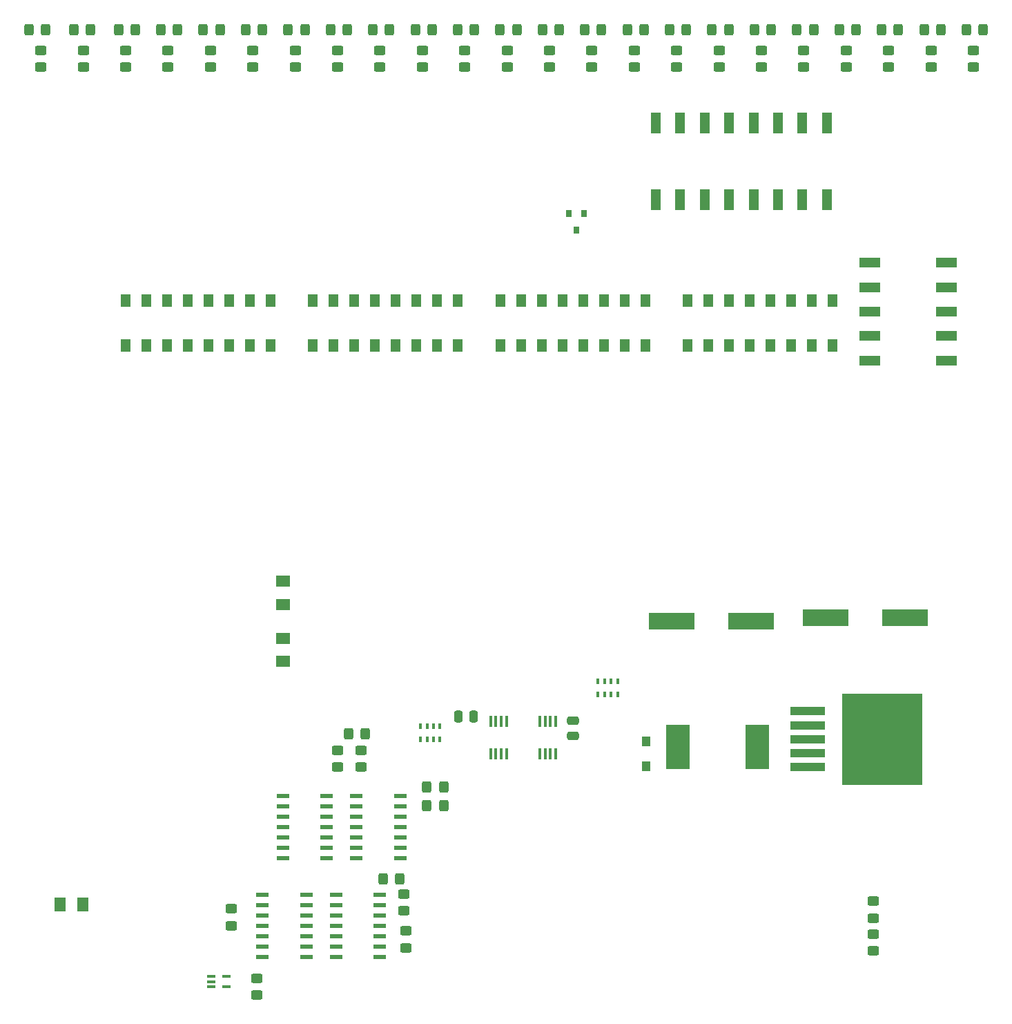
<source format=gtp>
%TF.GenerationSoftware,KiCad,Pcbnew,8.0.2*%
%TF.CreationDate,2024-05-16T19:26:28+09:30*%
%TF.ProjectId,power_and_monotoring,706f7765-725f-4616-9e64-5f6d6f6e6f74,rev?*%
%TF.SameCoordinates,Original*%
%TF.FileFunction,Paste,Top*%
%TF.FilePolarity,Positive*%
%FSLAX46Y46*%
G04 Gerber Fmt 4.6, Leading zero omitted, Abs format (unit mm)*
G04 Created by KiCad (PCBNEW 8.0.2) date 2024-05-16 19:26:28*
%MOMM*%
%LPD*%
G01*
G04 APERTURE LIST*
G04 Aperture macros list*
%AMRoundRect*
0 Rectangle with rounded corners*
0 $1 Rounding radius*
0 $2 $3 $4 $5 $6 $7 $8 $9 X,Y pos of 4 corners*
0 Add a 4 corners polygon primitive as box body*
4,1,4,$2,$3,$4,$5,$6,$7,$8,$9,$2,$3,0*
0 Add four circle primitives for the rounded corners*
1,1,$1+$1,$2,$3*
1,1,$1+$1,$4,$5*
1,1,$1+$1,$6,$7*
1,1,$1+$1,$8,$9*
0 Add four rect primitives between the rounded corners*
20,1,$1+$1,$2,$3,$4,$5,0*
20,1,$1+$1,$4,$5,$6,$7,0*
20,1,$1+$1,$6,$7,$8,$9,0*
20,1,$1+$1,$8,$9,$2,$3,0*%
G04 Aperture macros list end*
%ADD10RoundRect,0.250000X0.450000X-0.325000X0.450000X0.325000X-0.450000X0.325000X-0.450000X-0.325000X0*%
%ADD11R,1.270000X2.540000*%
%ADD12R,0.450000X0.800000*%
%ADD13RoundRect,0.250000X-0.325000X-0.450000X0.325000X-0.450000X0.325000X0.450000X-0.325000X0.450000X0*%
%ADD14R,0.800000X0.900000*%
%ADD15RoundRect,0.249550X-0.450450X0.325450X-0.450450X-0.325450X0.450450X-0.325450X0.450450X0.325450X0*%
%ADD16RoundRect,0.250000X-0.450000X0.325000X-0.450000X-0.325000X0.450000X-0.325000X0.450000X0.325000X0*%
%ADD17R,1.340000X1.800000*%
%ADD18R,1.270000X1.560000*%
%ADD19R,2.900000X5.400000*%
%ADD20R,1.550000X0.600000*%
%ADD21R,5.700000X2.000000*%
%ADD22R,4.320000X1.020000*%
%ADD23R,9.910000X11.180000*%
%ADD24R,2.540000X1.270000*%
%ADD25R,1.800000X1.340000*%
%ADD26R,1.120000X1.240000*%
%ADD27RoundRect,0.250000X-0.475000X0.250000X-0.475000X-0.250000X0.475000X-0.250000X0.475000X0.250000X0*%
%ADD28RoundRect,0.250000X0.325000X0.450000X-0.325000X0.450000X-0.325000X-0.450000X0.325000X-0.450000X0*%
%ADD29RoundRect,0.250000X0.250000X0.475000X-0.250000X0.475000X-0.250000X-0.475000X0.250000X-0.475000X0*%
%ADD30R,1.050000X0.400000*%
%ADD31R,0.450000X1.350000*%
%ADD32RoundRect,0.249550X0.450450X-0.325450X0.450450X0.325450X-0.450450X0.325450X-0.450450X-0.325450X0*%
G04 APERTURE END LIST*
D10*
%TO.C,R15*%
X60657600Y-138817000D03*
X60657600Y-136767000D03*
%TD*%
D11*
%TO.C,J7*%
X141462400Y-155068000D03*
X138462400Y-155068000D03*
X135462400Y-155068000D03*
X132462400Y-155068000D03*
X129462400Y-155068000D03*
X126462400Y-155068000D03*
X123462400Y-155068000D03*
X120462400Y-155068000D03*
X141462400Y-145668000D03*
X138462400Y-145668000D03*
X135462400Y-145668000D03*
X132462400Y-145668000D03*
X129462400Y-145668000D03*
X126462400Y-145668000D03*
X123462400Y-145668000D03*
X120462400Y-145668000D03*
%TD*%
D10*
%TO.C,R18*%
X76257600Y-138817000D03*
X76257600Y-136767000D03*
%TD*%
D12*
%TO.C,RN1*%
X94018000Y-219532400D03*
X93218000Y-219532400D03*
X92418000Y-219532400D03*
X91618000Y-219532400D03*
X91618000Y-221132400D03*
X92418000Y-221132400D03*
X93218000Y-221132400D03*
X94018000Y-221132400D03*
%TD*%
D13*
%TO.C,D22*%
X153377400Y-134248400D03*
X155427400Y-134248400D03*
%TD*%
D14*
%TO.C,Q1*%
X111709200Y-156768800D03*
X109809200Y-156768800D03*
X110759200Y-158768800D03*
%TD*%
D15*
%TO.C,C2*%
X71526400Y-250435000D03*
D16*
X71526400Y-252485000D03*
%TD*%
D17*
%TO.C,D26*%
X47381200Y-241401600D03*
X50241200Y-241401600D03*
%TD*%
D10*
%TO.C,R33*%
X138639200Y-138817000D03*
X138639200Y-136767000D03*
%TD*%
D18*
%TO.C,J5*%
X124415208Y-172937981D03*
X124415208Y-167377981D03*
X126955208Y-172937981D03*
X126955208Y-167377981D03*
X129495208Y-172937981D03*
X129495208Y-167377981D03*
X132035208Y-172937981D03*
X132035208Y-167377981D03*
X134575208Y-172937981D03*
X134575208Y-167377981D03*
X137115208Y-172937981D03*
X137115208Y-167377981D03*
X139655208Y-172937981D03*
X139655208Y-167377981D03*
X142195208Y-172937981D03*
X142195208Y-167377981D03*
%TD*%
%TO.C,J4*%
X101415208Y-172937981D03*
X101415208Y-167377981D03*
X103955208Y-172937981D03*
X103955208Y-167377981D03*
X106495208Y-172937981D03*
X106495208Y-167377981D03*
X109035208Y-172937981D03*
X109035208Y-167377981D03*
X111575208Y-172937981D03*
X111575208Y-167377981D03*
X114115208Y-172937981D03*
X114115208Y-167377981D03*
X116655208Y-172937981D03*
X116655208Y-167377981D03*
X119195208Y-172937981D03*
X119195208Y-167377981D03*
%TD*%
D13*
%TO.C,D14*%
X111777400Y-134248400D03*
X113827400Y-134248400D03*
%TD*%
D10*
%TO.C,R17*%
X71057600Y-138817000D03*
X71057600Y-136767000D03*
%TD*%
D19*
%TO.C,L1*%
X132892800Y-222097600D03*
X123192800Y-222097600D03*
%TD*%
D10*
%TO.C,R32*%
X133439200Y-138817000D03*
X133439200Y-136767000D03*
%TD*%
D13*
%TO.C,D5*%
X64977400Y-134248400D03*
X67027400Y-134248400D03*
%TD*%
%TO.C,R29*%
X87011400Y-238302800D03*
X89061400Y-238302800D03*
%TD*%
%TO.C,D7*%
X75377400Y-134248400D03*
X77427400Y-134248400D03*
%TD*%
D10*
%TO.C,R25*%
X107439200Y-138817000D03*
X107439200Y-136767000D03*
%TD*%
%TO.C,R27*%
X117839200Y-138817000D03*
X117839200Y-136767000D03*
%TD*%
D13*
%TO.C,D1*%
X43577400Y-134248400D03*
X45627400Y-134248400D03*
%TD*%
D10*
%TO.C,R7*%
X68427600Y-244001400D03*
X68427600Y-241951400D03*
%TD*%
%TO.C,R28*%
X123039200Y-138817000D03*
X123039200Y-136767000D03*
%TD*%
D20*
%TO.C,U4*%
X83719200Y-228142800D03*
X83719200Y-229412800D03*
X83719200Y-230682800D03*
X83719200Y-231952800D03*
X83719200Y-233222800D03*
X83719200Y-234492800D03*
X83719200Y-235762800D03*
X89119200Y-235762800D03*
X89119200Y-234492800D03*
X89119200Y-233222800D03*
X89119200Y-231952800D03*
X89119200Y-230682800D03*
X89119200Y-229412800D03*
X89119200Y-228142800D03*
%TD*%
D18*
%TO.C,J3*%
X78415208Y-172937981D03*
X78415208Y-167377981D03*
X80955208Y-172937981D03*
X80955208Y-167377981D03*
X83495208Y-172937981D03*
X83495208Y-167377981D03*
X86035208Y-172937981D03*
X86035208Y-167377981D03*
X88575208Y-172937981D03*
X88575208Y-167377981D03*
X91115208Y-172937981D03*
X91115208Y-167377981D03*
X93655208Y-172937981D03*
X93655208Y-167377981D03*
X96195208Y-172937981D03*
X96195208Y-167377981D03*
%TD*%
D13*
%TO.C,D19*%
X137777400Y-134248400D03*
X139827400Y-134248400D03*
%TD*%
%TO.C,D9*%
X85777400Y-134248400D03*
X87827400Y-134248400D03*
%TD*%
D10*
%TO.C,R23*%
X97039200Y-138817000D03*
X97039200Y-136767000D03*
%TD*%
D12*
%TO.C,RN2*%
X115804800Y-214033200D03*
X115004800Y-214033200D03*
X114204800Y-214033200D03*
X113404800Y-214033200D03*
X113404800Y-215633200D03*
X114204800Y-215633200D03*
X115004800Y-215633200D03*
X115804800Y-215633200D03*
%TD*%
D10*
%TO.C,R38*%
X159439200Y-138817000D03*
X159439200Y-136767000D03*
%TD*%
%TO.C,R14*%
X55457600Y-138817000D03*
X55457600Y-136767000D03*
%TD*%
%TO.C,R34*%
X143839200Y-138817000D03*
X143839200Y-136767000D03*
%TD*%
D13*
%TO.C,D21*%
X148177400Y-134248400D03*
X150227400Y-134248400D03*
%TD*%
D16*
%TO.C,R30*%
X89611200Y-240122600D03*
X89611200Y-242172600D03*
%TD*%
D18*
%TO.C,J2*%
X55415208Y-172937981D03*
X55415208Y-167377981D03*
X57955208Y-172937981D03*
X57955208Y-167377981D03*
X60495208Y-172937981D03*
X60495208Y-167377981D03*
X63035208Y-172937981D03*
X63035208Y-167377981D03*
X65575208Y-172937981D03*
X65575208Y-167377981D03*
X68115208Y-172937981D03*
X68115208Y-167377981D03*
X70655208Y-172937981D03*
X70655208Y-167377981D03*
X73195208Y-172937981D03*
X73195208Y-167377981D03*
%TD*%
D20*
%TO.C,U7*%
X77638400Y-247853200D03*
X77638400Y-246583200D03*
X77638400Y-245313200D03*
X77638400Y-244043200D03*
X77638400Y-242773200D03*
X77638400Y-241503200D03*
X77638400Y-240233200D03*
X72238400Y-240233200D03*
X72238400Y-241503200D03*
X72238400Y-242773200D03*
X72238400Y-244043200D03*
X72238400Y-245313200D03*
X72238400Y-246583200D03*
X72238400Y-247853200D03*
%TD*%
D10*
%TO.C,R31*%
X128239200Y-138817000D03*
X128239200Y-136767000D03*
%TD*%
D13*
%TO.C,D15*%
X116977400Y-134248400D03*
X119027400Y-134248400D03*
%TD*%
%TO.C,D2*%
X49077400Y-134248400D03*
X51127400Y-134248400D03*
%TD*%
D10*
%TO.C,R37*%
X154239200Y-138817000D03*
X154239200Y-136767000D03*
%TD*%
D21*
%TO.C,C8*%
X122430800Y-206705200D03*
X132130800Y-206705200D03*
%TD*%
D22*
%TO.C,IC3*%
X139089400Y-217732400D03*
X139089400Y-219432400D03*
X139089400Y-221132400D03*
X139089400Y-222832400D03*
X139089400Y-224532400D03*
D23*
X148234400Y-221132400D03*
%TD*%
D10*
%TO.C,R39*%
X86639200Y-138817000D03*
X86639200Y-136767000D03*
%TD*%
D16*
%TO.C,R45*%
X147116800Y-245008400D03*
X147116800Y-247058400D03*
%TD*%
D10*
%TO.C,R36*%
X149039200Y-138817000D03*
X149039200Y-136767000D03*
%TD*%
D13*
%TO.C,D20*%
X142977400Y-134248400D03*
X145027400Y-134248400D03*
%TD*%
D24*
%TO.C,J6*%
X146734800Y-174762450D03*
X146734800Y-171762450D03*
X146734800Y-168762450D03*
X146734800Y-165762450D03*
X146734800Y-162762450D03*
X156134800Y-174762450D03*
X156134800Y-171762450D03*
X156134800Y-168762450D03*
X156134800Y-165762450D03*
X156134800Y-162762450D03*
%TD*%
D16*
%TO.C,R19*%
X84328000Y-222495000D03*
X84328000Y-224545000D03*
%TD*%
D25*
%TO.C,D25*%
X74777600Y-208780400D03*
X74777600Y-211640400D03*
%TD*%
D13*
%TO.C,D17*%
X127377400Y-134248400D03*
X129427400Y-134248400D03*
%TD*%
%TO.C,D6*%
X70177400Y-134248400D03*
X72227400Y-134248400D03*
%TD*%
%TO.C,D12*%
X101377400Y-134248400D03*
X103427400Y-134248400D03*
%TD*%
D10*
%TO.C,R5*%
X81439200Y-138817000D03*
X81439200Y-136767000D03*
%TD*%
D13*
%TO.C,D18*%
X132577400Y-134248400D03*
X134627400Y-134248400D03*
%TD*%
%TO.C,D16*%
X122177400Y-134248400D03*
X124227400Y-134248400D03*
%TD*%
%TO.C,D3*%
X54577400Y-134248400D03*
X56627400Y-134248400D03*
%TD*%
%TO.C,D13*%
X106577400Y-134248400D03*
X108627400Y-134248400D03*
%TD*%
D26*
%TO.C,D27*%
X119278400Y-224447800D03*
X119278400Y-221447800D03*
%TD*%
D13*
%TO.C,D11*%
X96177400Y-134248400D03*
X98227400Y-134248400D03*
%TD*%
D10*
%TO.C,R24*%
X102239200Y-138817000D03*
X102239200Y-136767000D03*
%TD*%
D27*
%TO.C,C11*%
X110286800Y-218861600D03*
X110286800Y-220761600D03*
%TD*%
D10*
%TO.C,R16*%
X65857600Y-138817000D03*
X65857600Y-136767000D03*
%TD*%
D16*
%TO.C,R44*%
X147116800Y-241008400D03*
X147116800Y-243058400D03*
%TD*%
D20*
%TO.C,U3*%
X74719200Y-228142800D03*
X74719200Y-229412800D03*
X74719200Y-230682800D03*
X74719200Y-231952800D03*
X74719200Y-233222800D03*
X74719200Y-234492800D03*
X74719200Y-235762800D03*
X80119200Y-235762800D03*
X80119200Y-234492800D03*
X80119200Y-233222800D03*
X80119200Y-231952800D03*
X80119200Y-230682800D03*
X80119200Y-229412800D03*
X80119200Y-228142800D03*
%TD*%
D28*
%TO.C,R3*%
X84845000Y-220522800D03*
X82795000Y-220522800D03*
%TD*%
D10*
%TO.C,R21*%
X45057600Y-138817000D03*
X45057600Y-136767000D03*
%TD*%
D13*
%TO.C,D8*%
X80577400Y-134248400D03*
X82627400Y-134248400D03*
%TD*%
%TO.C,D23*%
X158577400Y-134248400D03*
X160627400Y-134248400D03*
%TD*%
%TO.C,D10*%
X90977400Y-134248400D03*
X93027400Y-134248400D03*
%TD*%
D25*
%TO.C,D24*%
X74726800Y-201770000D03*
X74726800Y-204630000D03*
%TD*%
D10*
%TO.C,R22*%
X91839200Y-138817000D03*
X91839200Y-136767000D03*
%TD*%
D29*
%TO.C,C10*%
X98130400Y-218389200D03*
X96230400Y-218389200D03*
%TD*%
D30*
%TO.C,U1*%
X65953600Y-250200400D03*
X65953600Y-250850400D03*
X65953600Y-251500400D03*
X67853600Y-251500400D03*
X67853600Y-250200400D03*
%TD*%
D31*
%TO.C,IC2*%
X106263800Y-222955000D03*
X106913800Y-222955000D03*
X107563800Y-222955000D03*
X108213800Y-222955000D03*
X108213800Y-219005000D03*
X107563800Y-219005000D03*
X106913800Y-219005000D03*
X106263800Y-219005000D03*
%TD*%
D32*
%TO.C,C7*%
X81432400Y-224545000D03*
D10*
X81432400Y-222495000D03*
%TD*%
%TO.C,R26*%
X112639200Y-138817000D03*
X112639200Y-136767000D03*
%TD*%
%TO.C,R13*%
X50257600Y-138817000D03*
X50257600Y-136767000D03*
%TD*%
D15*
%TO.C,C3*%
X89865200Y-244643800D03*
D16*
X89865200Y-246693800D03*
%TD*%
D13*
%TO.C,R50*%
X92396200Y-227025200D03*
X94446200Y-227025200D03*
%TD*%
D20*
%TO.C,U2*%
X86638400Y-247853200D03*
X86638400Y-246583200D03*
X86638400Y-245313200D03*
X86638400Y-244043200D03*
X86638400Y-242773200D03*
X86638400Y-241503200D03*
X86638400Y-240233200D03*
X81238400Y-240233200D03*
X81238400Y-241503200D03*
X81238400Y-242773200D03*
X81238400Y-244043200D03*
X81238400Y-245313200D03*
X81238400Y-246583200D03*
X81238400Y-247853200D03*
%TD*%
D31*
%TO.C,IC1*%
X100218600Y-222955000D03*
X100868600Y-222955000D03*
X101518600Y-222955000D03*
X102168600Y-222955000D03*
X102168600Y-219005000D03*
X101518600Y-219005000D03*
X100868600Y-219005000D03*
X100218600Y-219005000D03*
%TD*%
D13*
%TO.C,D4*%
X59777400Y-134248400D03*
X61827400Y-134248400D03*
%TD*%
%TO.C,R51*%
X92405200Y-229260400D03*
X94455200Y-229260400D03*
%TD*%
D21*
%TO.C,C6*%
X141343600Y-206248000D03*
X151043600Y-206248000D03*
%TD*%
M02*

</source>
